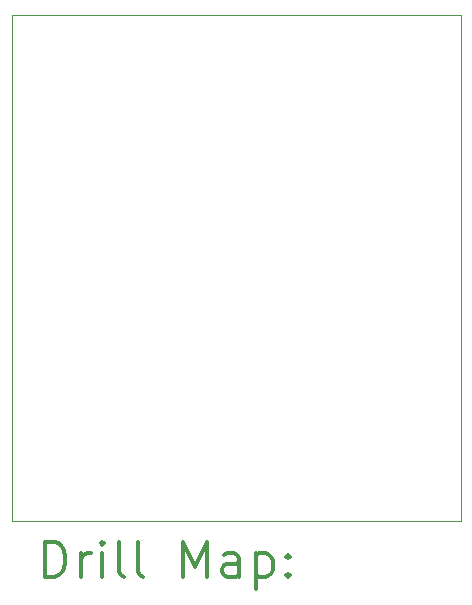
<source format=gbr>
%FSLAX45Y45*%
G04 Gerber Fmt 4.5, Leading zero omitted, Abs format (unit mm)*
G04 Created by KiCad (PCBNEW 5.1.4+dfsg1-1~bpo10+1) date 2020-12-25 00:52:30*
%MOMM*%
%LPD*%
G04 APERTURE LIST*
%ADD10C,0.100000*%
%ADD11C,0.200000*%
%ADD12C,0.300000*%
G04 APERTURE END LIST*
D10*
X14215000Y-12250000D02*
X14215000Y-7962000D01*
X18015000Y-12250000D02*
X14215000Y-12250000D01*
X18015000Y-7962000D02*
X18015000Y-12250000D01*
X14215000Y-7962000D02*
X18015000Y-7962000D01*
D11*
D12*
X14496428Y-12720714D02*
X14496428Y-12420714D01*
X14567857Y-12420714D01*
X14610714Y-12435000D01*
X14639286Y-12463571D01*
X14653571Y-12492143D01*
X14667857Y-12549286D01*
X14667857Y-12592143D01*
X14653571Y-12649286D01*
X14639286Y-12677857D01*
X14610714Y-12706429D01*
X14567857Y-12720714D01*
X14496428Y-12720714D01*
X14796428Y-12720714D02*
X14796428Y-12520714D01*
X14796428Y-12577857D02*
X14810714Y-12549286D01*
X14825000Y-12535000D01*
X14853571Y-12520714D01*
X14882143Y-12520714D01*
X14982143Y-12720714D02*
X14982143Y-12520714D01*
X14982143Y-12420714D02*
X14967857Y-12435000D01*
X14982143Y-12449286D01*
X14996428Y-12435000D01*
X14982143Y-12420714D01*
X14982143Y-12449286D01*
X15167857Y-12720714D02*
X15139286Y-12706429D01*
X15125000Y-12677857D01*
X15125000Y-12420714D01*
X15325000Y-12720714D02*
X15296428Y-12706429D01*
X15282143Y-12677857D01*
X15282143Y-12420714D01*
X15667857Y-12720714D02*
X15667857Y-12420714D01*
X15767857Y-12635000D01*
X15867857Y-12420714D01*
X15867857Y-12720714D01*
X16139286Y-12720714D02*
X16139286Y-12563571D01*
X16125000Y-12535000D01*
X16096428Y-12520714D01*
X16039286Y-12520714D01*
X16010714Y-12535000D01*
X16139286Y-12706429D02*
X16110714Y-12720714D01*
X16039286Y-12720714D01*
X16010714Y-12706429D01*
X15996428Y-12677857D01*
X15996428Y-12649286D01*
X16010714Y-12620714D01*
X16039286Y-12606429D01*
X16110714Y-12606429D01*
X16139286Y-12592143D01*
X16282143Y-12520714D02*
X16282143Y-12820714D01*
X16282143Y-12535000D02*
X16310714Y-12520714D01*
X16367857Y-12520714D01*
X16396428Y-12535000D01*
X16410714Y-12549286D01*
X16425000Y-12577857D01*
X16425000Y-12663571D01*
X16410714Y-12692143D01*
X16396428Y-12706429D01*
X16367857Y-12720714D01*
X16310714Y-12720714D01*
X16282143Y-12706429D01*
X16553571Y-12692143D02*
X16567857Y-12706429D01*
X16553571Y-12720714D01*
X16539286Y-12706429D01*
X16553571Y-12692143D01*
X16553571Y-12720714D01*
X16553571Y-12535000D02*
X16567857Y-12549286D01*
X16553571Y-12563571D01*
X16539286Y-12549286D01*
X16553571Y-12535000D01*
X16553571Y-12563571D01*
M02*

</source>
